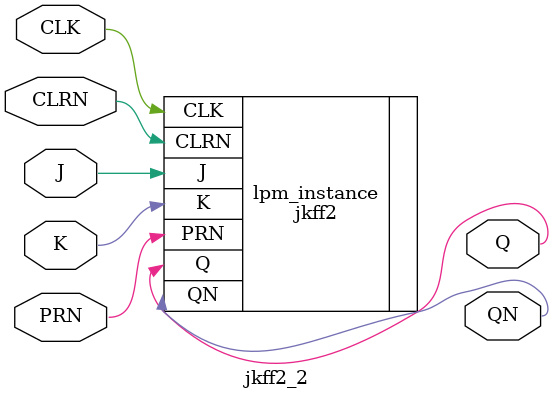
<source format=v>



module jkff2_2(K,CLRN,CLK,PRN,J,QN,Q);
input K;
input CLRN;
input CLK;
input PRN;
input J;
output QN;
output Q;

jkff2	lpm_instance(.K(K),.CLRN(CLRN),.CLK(CLK),.PRN(PRN),.J(J),.QN(QN),.Q(Q));

endmodule

</source>
